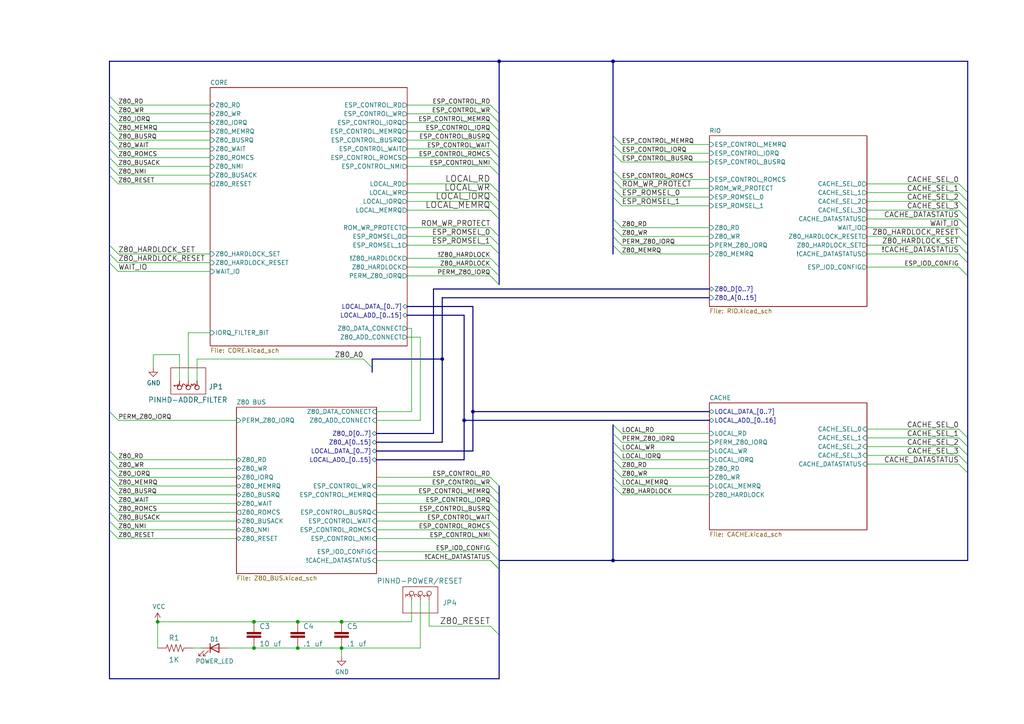
<source format=kicad_sch>
(kicad_sch (version 20230121) (generator eeschema)
  (paper "A4")
  (lib_symbols
    (symbol "Device:LED" (pin_numbers hide) (pin_names (offset 1.016) hide)
      (property "Reference" "D" (at 0 2.54 0))
      (property "Value" "LED" (at 0 -2.54 0))
      (symbol "LED_0_1"
        (polyline (pts (xy -1.27 -1.27) (xy -1.27 1.27)) (stroke (width 0.254)))
        (polyline (pts (xy -1.27 0) (xy 1.27 0)))
        (polyline (pts (xy 1.27 -1.27) (xy 1.27 1.27) (xy -1.27 0) (xy 1.27 -1.27)) (stroke (width 0.254)))
        (polyline (pts (xy -3.048 -0.762) (xy -4.572 -2.286) (xy -3.81 -2.286) (xy -4.572 -2.286) (xy -4.572 -1.524)))
        (polyline (pts (xy -1.778 -0.762) (xy -3.302 -2.286) (xy -2.54 -2.286) (xy -3.302 -2.286) (xy -3.302 -1.524)))
      )
      (symbol "LED_1_1"
        (pin passive line (at -3.81 0 0) (length 2.54) (name "K") (number "1"))
        (pin passive line (at 3.81 0 180) (length 2.54) (name "A") (number "2"))
      )
    )
    (symbol "FujiNet_Z80Bus_Reference-rescue:C-EU050-035X075-Z80Decoder-eagle-import" (pin_names (offset 1.016))
      (property "Reference" "C" (at 1.524 0.381 0))
      (property "Value" "Z80Decoder-eagle-import_C-EU050-035X075" (at 1.524 -4.699 0))
      (symbol "C-EU050-035X075-Z80Decoder-eagle-import_1_0"
        (rectangle (start -2.032 -2.032) (end 2.032 -1.524) (fill (type outline)))
        (rectangle (start -2.032 -1.016) (end 2.032 -0.508) (fill (type outline)))
        (polyline (pts (xy 0 -2.54) (xy 0 -2.032)))
        (polyline (pts (xy 0 0) (xy 0 -0.508)))
        (pin passive line (at 0 2.54 270) (length 2.54) (name "1") (number "1"))
        (pin passive line (at 0 -5.08 90) (length 2.54) (name "2") (number "2"))
      )
    )
    (symbol "FujiNet_Z80Bus_Reference-rescue:PINHD-1X3-Z80Decoder-eagle-import" (pin_names (offset 1.016))
      (property "Reference" "JP" (at -6.35 5.715 0))
      (property "Value" "Z80Decoder-eagle-import_PINHD-1X3" (at -6.35 -7.62 0))
      (symbol "PINHD-1X3-Z80Decoder-eagle-import_1_0"
        (polyline (pts (xy -6.35 -5.08) (xy 1.27 -5.08)))
        (polyline (pts (xy -6.35 5.08) (xy -6.35 -5.08)))
        (polyline (pts (xy 1.27 -5.08) (xy 1.27 5.08)))
        (polyline (pts (xy 1.27 5.08) (xy -6.35 5.08)))
        (pin passive inverted (at -2.54 2.54 0) (length 2.54) (name "1") (number "1"))
        (pin passive inverted (at -2.54 0 0) (length 2.54) (name "2") (number "2"))
        (pin passive inverted (at -2.54 -2.54 0) (length 2.54) (name "3") (number "3"))
      )
    )
    (symbol "FujiNet_Z80Bus_Reference-rescue:PINHD-1X3_2.54-Z80Decoder-eagle-import" (pin_names (offset 1.016))
      (property "Reference" "JP" (at -6.35 5.715 0))
      (property "Value" "Z80Decoder-eagle-import_PINHD-1X3_2.54" (at -6.35 -7.62 0))
      (symbol "PINHD-1X3_2.54-Z80Decoder-eagle-import_1_0"
        (polyline (pts (xy -6.35 -5.08) (xy 1.27 -5.08)))
        (polyline (pts (xy -6.35 5.08) (xy -6.35 -5.08)))
        (polyline (pts (xy 1.27 -5.08) (xy 1.27 5.08)))
        (polyline (pts (xy 1.27 5.08) (xy -6.35 5.08)))
        (pin passive inverted (at -2.54 2.54 0) (length 2.54) (name "1") (number "1"))
        (pin passive inverted (at -2.54 0 0) (length 2.54) (name "2") (number "2"))
        (pin passive inverted (at -2.54 -2.54 0) (length 2.54) (name "3") (number "3"))
      )
    )
    (symbol "FujiNet_Z80Bus_Reference-rescue:R-US_0207_5V-Z80Decoder-eagle-import" (pin_names (offset 1.016))
      (property "Reference" "R" (at -3.81 1.4986 0))
      (property "Value" "Z80Decoder-eagle-import_R-US_0207_5V" (at -3.81 -3.302 0))
      (symbol "R-US_0207_5V-Z80Decoder-eagle-import_1_0"
        (polyline (pts (xy -2.54 0) (xy -2.159 1.016)))
        (polyline (pts (xy -2.159 1.016) (xy -1.524 -1.016)))
        (polyline (pts (xy -1.524 -1.016) (xy -0.889 1.016)))
        (polyline (pts (xy -0.889 1.016) (xy -0.254 -1.016)))
        (polyline (pts (xy -0.254 -1.016) (xy 0.381 1.016)))
        (polyline (pts (xy 0.381 1.016) (xy 1.016 -1.016)))
        (polyline (pts (xy 1.016 -1.016) (xy 1.651 1.016)))
        (polyline (pts (xy 1.651 1.016) (xy 2.286 -1.016)))
        (polyline (pts (xy 2.286 -1.016) (xy 2.54 0)))
        (pin passive line (at -5.08 0 0) (length 2.54) (name "1") (number "1"))
        (pin passive line (at 5.08 0 180) (length 2.54) (name "2") (number "2"))
      )
    )
    (symbol "power:GND" (power) (pin_names (offset 0))
      (property "Value" "GND" (at 0 -3.81 0))
      (symbol "GND_0_1"
        (polyline (pts (xy 0 0) (xy 0 -1.27) (xy 1.27 -1.27) (xy 0 -2.54) (xy -1.27 -1.27) (xy 0 -1.27)))
      )
      (symbol "GND_1_1"
        (pin power_in line (at 0 0 270) (length 0) hide (name "GND") (number "1"))
      )
    )
    (symbol "power:VCC" (power) (pin_names (offset 0))
      (property "Value" "VCC" (at 0 3.81 0))
      (symbol "VCC_0_1"
        (polyline (pts (xy -0.762 1.27) (xy 0 2.54)))
        (polyline (pts (xy 0 0) (xy 0 2.54)))
        (polyline (pts (xy 0 2.54) (xy 0.762 1.27)))
      )
      (symbol "VCC_1_1"
        (pin power_in line (at 0 0 90) (length 0) hide (name "VCC") (number "1"))
      )
    )
  )
  (junction (at 144.78 17.78))
  (junction (at 73.66 187.96))
  (junction (at 86.36 180.34))
  (junction (at 177.8 17.78))
  (junction (at 177.8 162.56))
  (junction (at 134.62 121.92))
  (junction (at 128.27 104.14))
  (junction (at 86.36 187.96))
  (junction (at 99.06 187.96))
  (junction (at 73.66 180.34))
  (junction (at 99.06 180.34))
  (junction (at 137.16 119.38))
  (junction (at 45.72 180.34))
  (bus_entry (at 31.75 135.89) (size 2.54 2.54))
  (bus_entry (at 177.8 71.12) (size 2.54 2.54))
  (bus_entry (at 142.24 156.21) (size 2.54 2.54))
  (bus_entry (at 278.13 58.42) (size 2.54 2.54))
  (bus_entry (at 142.24 151.13) (size 2.54 2.54))
  (bus_entry (at 142.24 35.56) (size 2.54 2.54))
  (bus_entry (at 34.29 76.2) (size -2.54 -2.54))
  (bus_entry (at 31.75 151.13) (size 2.54 2.54))
  (bus_entry (at 142.24 140.97) (size 2.54 2.54))
  (bus_entry (at 278.13 129.54) (size 2.54 2.54))
  (bus_entry (at 177.8 63.5) (size 2.54 2.54))
  (bus_entry (at 142.24 45.72) (size 2.54 2.54))
  (bus_entry (at 142.24 60.96) (size 2.54 2.54))
  (bus_entry (at 142.24 48.26) (size 2.54 2.54))
  (bus_entry (at 142.24 143.51) (size 2.54 2.54))
  (bus_entry (at 142.24 30.48) (size 2.54 2.54))
  (bus_entry (at 278.13 55.88) (size 2.54 2.54))
  (bus_entry (at 278.13 127) (size 2.54 2.54))
  (bus_entry (at 31.75 40.64) (size 2.54 2.54))
  (bus_entry (at 180.34 44.45) (size -2.54 -2.54))
  (bus_entry (at 142.24 181.61) (size 2.54 2.54))
  (bus_entry (at 142.24 43.18) (size 2.54 2.54))
  (bus_entry (at 31.75 138.43) (size 2.54 2.54))
  (bus_entry (at 31.75 48.26) (size 2.54 2.54))
  (bus_entry (at 177.8 133.35) (size 2.54 2.54))
  (bus_entry (at 142.24 55.88) (size 2.54 2.54))
  (bus_entry (at 34.29 78.74) (size -2.54 -2.54))
  (bus_entry (at 278.13 60.96) (size 2.54 2.54))
  (bus_entry (at 142.24 68.58) (size 2.54 2.54))
  (bus_entry (at 177.8 135.89) (size 2.54 2.54))
  (bus_entry (at 180.34 54.61) (size -2.54 -2.54))
  (bus_entry (at 177.8 130.81) (size 2.54 2.54))
  (bus_entry (at 31.75 27.94) (size 2.54 2.54))
  (bus_entry (at 31.75 43.18) (size 2.54 2.54))
  (bus_entry (at 142.24 58.42) (size 2.54 2.54))
  (bus_entry (at 177.8 138.43) (size 2.54 2.54))
  (bus_entry (at 34.29 73.66) (size -2.54 -2.54))
  (bus_entry (at 142.24 33.02) (size 2.54 2.54))
  (bus_entry (at 31.75 119.38) (size 2.54 2.54))
  (bus_entry (at 144.78 77.47) (size -2.54 -2.54))
  (bus_entry (at 177.8 68.58) (size 2.54 2.54))
  (bus_entry (at 31.75 50.8) (size 2.54 2.54))
  (bus_entry (at 31.75 148.59) (size 2.54 2.54))
  (bus_entry (at 31.75 153.67) (size 2.54 2.54))
  (bus_entry (at 280.67 76.2) (size -2.54 -2.54))
  (bus_entry (at 142.24 153.67) (size 2.54 2.54))
  (bus_entry (at 142.24 160.02) (size 2.54 2.54))
  (bus_entry (at 31.75 140.97) (size 2.54 2.54))
  (bus_entry (at 142.24 71.12) (size 2.54 2.54))
  (bus_entry (at 31.75 45.72) (size 2.54 2.54))
  (bus_entry (at 31.75 146.05) (size 2.54 2.54))
  (bus_entry (at 278.13 71.12) (size 2.54 2.54))
  (bus_entry (at 31.75 38.1) (size 2.54 2.54))
  (bus_entry (at 142.24 66.04) (size 2.54 2.54))
  (bus_entry (at 278.13 66.04) (size 2.54 2.54))
  (bus_entry (at 177.8 125.73) (size 2.54 2.54))
  (bus_entry (at 278.13 124.46) (size 2.54 2.54))
  (bus_entry (at 31.75 30.48) (size 2.54 2.54))
  (bus_entry (at 278.13 68.58) (size 2.54 2.54))
  (bus_entry (at 278.13 63.5) (size 2.54 2.54))
  (bus_entry (at 180.34 41.91) (size -2.54 -2.54))
  (bus_entry (at 180.34 59.69) (size -2.54 -2.54))
  (bus_entry (at 278.13 53.34) (size 2.54 2.54))
  (bus_entry (at 177.8 128.27) (size 2.54 2.54))
  (bus_entry (at 177.8 140.97) (size 2.54 2.54))
  (bus_entry (at 177.8 123.19) (size 2.54 2.54))
  (bus_entry (at 177.8 49.53) (size 2.54 2.54))
  (bus_entry (at 278.13 132.08) (size 2.54 2.54))
  (bus_entry (at 278.13 77.47) (size 2.54 2.54))
  (bus_entry (at 142.24 38.1) (size 2.54 2.54))
  (bus_entry (at 142.24 146.05) (size 2.54 2.54))
  (bus_entry (at 142.24 162.56) (size 2.54 2.54))
  (bus_entry (at 142.24 138.43) (size 2.54 2.54))
  (bus_entry (at 144.78 80.01) (size -2.54 -2.54))
  (bus_entry (at 107.95 106.68) (size -2.54 -2.54))
  (bus_entry (at 142.24 40.64) (size 2.54 2.54))
  (bus_entry (at 180.34 57.15) (size -2.54 -2.54))
  (bus_entry (at 31.75 130.81) (size 2.54 2.54))
  (bus_entry (at 31.75 35.56) (size 2.54 2.54))
  (bus_entry (at 31.75 33.02) (size 2.54 2.54))
  (bus_entry (at 144.78 82.55) (size -2.54 -2.54))
  (bus_entry (at 142.24 53.34) (size 2.54 2.54))
  (bus_entry (at 177.8 66.04) (size 2.54 2.54))
  (bus_entry (at 31.75 143.51) (size 2.54 2.54))
  (bus_entry (at 180.34 46.99) (size -2.54 -2.54))
  (bus_entry (at 142.24 148.59) (size 2.54 2.54))
  (bus_entry (at 142.24 162.56) (size 2.54 2.54))
  (bus_entry (at 31.75 133.35) (size 2.54 2.54))
  (bus_entry (at 278.13 134.62) (size 2.54 2.54))
  (wire (pts (xy 52.07 102.87) (xy 52.07 110.49)))
  (bus (pts (xy 31.75 33.02) (xy 31.75 35.56)))
  (bus (pts (xy 177.8 140.97) (xy 177.8 162.56)))
  (wire (pts (xy 60.96 78.74) (xy 34.29 78.74)))
  (wire (pts (xy 60.96 33.02) (xy 34.29 33.02)))
  (bus (pts (xy 31.75 153.67) (xy 31.75 196.85)))
  (wire (pts (xy 109.22 121.92) (xy 121.92 121.92)))
  (wire (pts (xy 118.11 43.18) (xy 142.24 43.18)))
  (bus (pts (xy 280.67 63.5) (xy 280.67 66.04)))
  (wire (pts (xy 109.22 143.51) (xy 142.24 143.51)))
  (wire (pts (xy 251.46 60.96) (xy 278.13 60.96)))
  (bus (pts (xy 177.8 66.04) (xy 177.8 68.58)))
  (bus (pts (xy 31.75 151.13) (xy 31.75 153.67)))
  (bus (pts (xy 280.67 66.04) (xy 280.67 68.58)))
  (bus (pts (xy 280.67 80.01) (xy 280.67 127)))
  (wire (pts (xy 109.22 140.97) (xy 142.24 140.97)))
  (bus (pts (xy 144.78 156.21) (xy 144.78 158.75)))
  (wire (pts (xy 119.38 173.99) (xy 119.38 180.34)))
  (bus (pts (xy 205.74 121.92) (xy 134.62 121.92)))
  (bus (pts (xy 144.78 80.01) (xy 144.78 82.55)))
  (wire (pts (xy 180.34 71.12) (xy 205.74 71.12)))
  (bus (pts (xy 31.75 48.26) (xy 31.75 50.8)))
  (wire (pts (xy 251.46 63.5) (xy 278.13 63.5)))
  (bus (pts (xy 144.78 55.88) (xy 144.78 58.42)))
  (bus (pts (xy 144.78 165.1) (xy 144.78 184.15)))
  (wire (pts (xy 124.46 173.99) (xy 124.46 181.61)))
  (wire (pts (xy 205.74 133.35) (xy 180.34 133.35)))
  (wire (pts (xy 68.58 140.97) (xy 34.29 140.97)))
  (wire (pts (xy 205.74 44.45) (xy 180.34 44.45)))
  (wire (pts (xy 60.96 73.66) (xy 34.29 73.66)))
  (bus (pts (xy 144.78 17.78) (xy 144.78 33.02)))
  (bus (pts (xy 134.62 121.92) (xy 134.62 133.35)))
  (wire (pts (xy 118.11 97.79) (xy 121.92 97.79)))
  (wire (pts (xy 60.96 45.72) (xy 34.29 45.72)))
  (wire (pts (xy 34.29 138.43) (xy 68.58 138.43)))
  (wire (pts (xy 118.11 71.12) (xy 142.24 71.12)))
  (bus (pts (xy 280.67 17.78) (xy 280.67 55.88)))
  (bus (pts (xy 31.75 17.78) (xy 144.78 17.78)))
  (bus (pts (xy 280.67 127) (xy 280.67 129.54)))
  (bus (pts (xy 177.8 41.91) (xy 177.8 44.45)))
  (wire (pts (xy 68.58 133.35) (xy 34.29 133.35)))
  (wire (pts (xy 205.74 66.04) (xy 180.34 66.04)))
  (wire (pts (xy 119.38 95.25) (xy 119.38 119.38)))
  (wire (pts (xy 118.11 66.04) (xy 142.24 66.04)))
  (bus (pts (xy 144.78 68.58) (xy 144.78 71.12)))
  (bus (pts (xy 144.78 48.26) (xy 144.78 50.8)))
  (wire (pts (xy 34.29 53.34) (xy 60.96 53.34)))
  (bus (pts (xy 177.8 49.53) (xy 177.8 52.07)))
  (wire (pts (xy 86.36 180.34) (xy 99.06 180.34)))
  (wire (pts (xy 109.22 138.43) (xy 142.24 138.43)))
  (bus (pts (xy 177.8 17.78) (xy 177.8 39.37)))
  (wire (pts (xy 205.74 54.61) (xy 180.34 54.61)))
  (bus (pts (xy 144.78 148.59) (xy 144.78 151.13)))
  (wire (pts (xy 86.36 187.96) (xy 99.06 187.96)))
  (wire (pts (xy 34.29 156.21) (xy 68.58 156.21)))
  (bus (pts (xy 144.78 33.02) (xy 144.78 35.56)))
  (wire (pts (xy 60.96 30.48) (xy 34.29 30.48)))
  (wire (pts (xy 118.11 33.02) (xy 142.24 33.02)))
  (bus (pts (xy 128.27 86.36) (xy 128.27 104.14)))
  (bus (pts (xy 280.67 76.2) (xy 280.67 80.01)))
  (bus (pts (xy 107.95 104.14) (xy 107.95 106.68)))
  (wire (pts (xy 34.29 151.13) (xy 68.58 151.13)))
  (wire (pts (xy 45.72 180.34) (xy 45.72 187.96)))
  (bus (pts (xy 144.78 58.42) (xy 144.78 60.96)))
  (wire (pts (xy 205.74 59.69) (xy 180.34 59.69)))
  (wire (pts (xy 251.46 58.42) (xy 278.13 58.42)))
  (bus (pts (xy 144.78 162.56) (xy 144.78 165.1)))
  (bus (pts (xy 31.75 40.64) (xy 31.75 43.18)))
  (wire (pts (xy 251.46 68.58) (xy 278.13 68.58)))
  (wire (pts (xy 73.66 180.34) (xy 86.36 180.34)))
  (wire (pts (xy 121.92 97.79) (xy 121.92 121.92)))
  (wire (pts (xy 251.46 71.12) (xy 278.13 71.12)))
  (bus (pts (xy 177.8 128.27) (xy 177.8 130.81)))
  (wire (pts (xy 205.74 140.97) (xy 180.34 140.97)))
  (wire (pts (xy 278.13 77.47) (xy 251.46 77.47)))
  (bus (pts (xy 177.8 52.07) (xy 177.8 54.61)))
  (wire (pts (xy 142.24 148.59) (xy 109.22 148.59)))
  (bus (pts (xy 118.11 88.9) (xy 137.16 88.9)))
  (wire (pts (xy 251.46 129.54) (xy 278.13 129.54)))
  (bus (pts (xy 31.75 119.38) (xy 31.75 130.81)))
  (bus (pts (xy 31.75 135.89) (xy 31.75 138.43)))
  (wire (pts (xy 118.11 30.48) (xy 142.24 30.48)))
  (wire (pts (xy 57.15 104.14) (xy 105.41 104.14)))
  (bus (pts (xy 107.95 106.68) (xy 107.95 107.95)))
  (bus (pts (xy 144.78 17.78) (xy 177.8 17.78)))
  (bus (pts (xy 280.67 60.96) (xy 280.67 63.5)))
  (wire (pts (xy 60.96 76.2) (xy 34.29 76.2)))
  (wire (pts (xy 118.11 68.58) (xy 142.24 68.58)))
  (wire (pts (xy 109.22 156.21) (xy 142.24 156.21)))
  (wire (pts (xy 180.34 138.43) (xy 205.74 138.43)))
  (bus (pts (xy 144.78 143.51) (xy 144.78 146.05)))
  (bus (pts (xy 31.75 38.1) (xy 31.75 40.64)))
  (wire (pts (xy 251.46 127) (xy 278.13 127)))
  (bus (pts (xy 144.78 77.47) (xy 144.78 80.01)))
  (bus (pts (xy 137.16 119.38) (xy 137.16 130.81)))
  (wire (pts (xy 180.34 128.27) (xy 205.74 128.27)))
  (bus (pts (xy 128.27 104.14) (xy 128.27 128.27)))
  (bus (pts (xy 280.67 68.58) (xy 280.67 71.12)))
  (bus (pts (xy 144.78 153.67) (xy 144.78 156.21)))
  (bus (pts (xy 31.75 148.59) (xy 31.75 151.13)))
  (bus (pts (xy 134.62 91.44) (xy 134.62 121.92)))
  (bus (pts (xy 144.78 45.72) (xy 144.78 48.26)))
  (wire (pts (xy 278.13 73.66) (xy 251.46 73.66)))
  (bus (pts (xy 280.67 55.88) (xy 280.67 58.42)))
  (bus (pts (xy 144.78 50.8) (xy 144.78 55.88)))
  (bus (pts (xy 144.78 184.15) (xy 144.78 196.85)))
  (bus (pts (xy 177.8 138.43) (xy 177.8 140.97)))
  (bus (pts (xy 280.67 134.62) (xy 280.67 137.16)))
  (wire (pts (xy 68.58 148.59) (xy 34.29 148.59)))
  (wire (pts (xy 118.11 53.34) (xy 142.24 53.34)))
  (bus (pts (xy 177.8 130.81) (xy 177.8 133.35)))
  (bus (pts (xy 31.75 30.48) (xy 31.75 33.02)))
  (bus (pts (xy 144.78 63.5) (xy 144.78 68.58)))
  (wire (pts (xy 251.46 55.88) (xy 278.13 55.88)))
  (wire (pts (xy 251.46 66.04) (xy 278.13 66.04)))
  (wire (pts (xy 109.22 146.05) (xy 142.24 146.05)))
  (wire (pts (xy 121.92 187.96) (xy 121.92 173.99)))
  (wire (pts (xy 180.34 143.51) (xy 205.74 143.51)))
  (wire (pts (xy 118.11 95.25) (xy 119.38 95.25)))
  (wire (pts (xy 109.22 151.13) (xy 142.24 151.13)))
  (bus (pts (xy 144.78 146.05) (xy 144.78 148.59)))
  (bus (pts (xy 280.67 137.16) (xy 280.67 162.56)))
  (bus (pts (xy 280.67 132.08) (xy 280.67 134.62)))
  (bus (pts (xy 177.8 57.15) (xy 177.8 63.5)))
  (bus (pts (xy 144.78 158.75) (xy 144.78 162.56)))
  (wire (pts (xy 99.06 187.96) (xy 121.92 187.96)))
  (wire (pts (xy 142.24 80.01) (xy 118.11 80.01)))
  (bus (pts (xy 177.8 17.78) (xy 280.67 17.78)))
  (wire (pts (xy 180.34 125.73) (xy 205.74 125.73)))
  (wire (pts (xy 142.24 74.93) (xy 118.11 74.93)))
  (wire (pts (xy 45.72 180.34) (xy 73.66 180.34)))
  (bus (pts (xy 280.67 73.66) (xy 280.67 76.2)))
  (bus (pts (xy 144.78 71.12) (xy 144.78 73.66)))
  (wire (pts (xy 205.74 57.15) (xy 180.34 57.15)))
  (bus (pts (xy 31.75 43.18) (xy 31.75 45.72)))
  (bus (pts (xy 144.78 73.66) (xy 144.78 77.47)))
  (wire (pts (xy 34.29 143.51) (xy 68.58 143.51)))
  (wire (pts (xy 251.46 134.62) (xy 278.13 134.62)))
  (wire (pts (xy 251.46 132.08) (xy 278.13 132.08)))
  (bus (pts (xy 177.8 54.61) (xy 177.8 57.15)))
  (bus (pts (xy 31.75 17.78) (xy 31.75 27.94)))
  (bus (pts (xy 31.75 130.81) (xy 31.75 133.35)))
  (bus (pts (xy 144.78 140.97) (xy 144.78 143.51)))
  (wire (pts (xy 251.46 124.46) (xy 278.13 124.46)))
  (bus (pts (xy 31.75 71.12) (xy 31.75 73.66)))
  (bus (pts (xy 31.75 196.85) (xy 144.78 196.85)))
  (bus (pts (xy 128.27 86.36) (xy 205.74 86.36)))
  (wire (pts (xy 34.29 153.67) (xy 68.58 153.67)))
  (bus (pts (xy 31.75 76.2) (xy 31.75 119.38)))
  (wire (pts (xy 66.04 187.96) (xy 73.66 187.96)))
  (bus (pts (xy 177.8 39.37) (xy 177.8 41.91)))
  (bus (pts (xy 280.67 162.56) (xy 177.8 162.56)))
  (wire (pts (xy 44.45 102.87) (xy 52.07 102.87)))
  (wire (pts (xy 205.74 73.66) (xy 180.34 73.66)))
  (wire (pts (xy 109.22 160.02) (xy 142.24 160.02)))
  (wire (pts (xy 44.45 102.87) (xy 44.45 106.68)))
  (bus (pts (xy 177.8 133.35) (xy 177.8 135.89)))
  (bus (pts (xy 280.67 58.42) (xy 280.67 60.96)))
  (bus (pts (xy 109.22 130.81) (xy 137.16 130.81)))
  (wire (pts (xy 251.46 53.34) (xy 278.13 53.34)))
  (wire (pts (xy 99.06 187.96) (xy 99.06 190.5)))
  (wire (pts (xy 60.96 96.52) (xy 54.61 96.52)))
  (bus (pts (xy 144.78 151.13) (xy 144.78 153.67)))
  (wire (pts (xy 118.11 38.1) (xy 142.24 38.1)))
  (bus (pts (xy 125.73 83.82) (xy 125.73 125.73)))
  (wire (pts (xy 118.11 58.42) (xy 142.24 58.42)))
  (wire (pts (xy 34.29 40.64) (xy 60.96 40.64)))
  (wire (pts (xy 34.29 146.05) (xy 68.58 146.05)))
  (wire (pts (xy 118.11 35.56) (xy 142.24 35.56)))
  (bus (pts (xy 205.74 119.38) (xy 137.16 119.38)))
  (bus (pts (xy 31.75 27.94) (xy 31.75 30.48)))
  (wire (pts (xy 118.11 40.64) (xy 142.24 40.64)))
  (wire (pts (xy 68.58 135.89) (xy 34.29 135.89)))
  (bus (pts (xy 144.78 43.18) (xy 144.78 45.72)))
  (bus (pts (xy 118.11 91.44) (xy 134.62 91.44)))
  (wire (pts (xy 180.34 41.91) (xy 205.74 41.91)))
  (bus (pts (xy 31.75 140.97) (xy 31.75 143.51)))
  (bus (pts (xy 31.75 45.72) (xy 31.75 48.26)))
  (bus (pts (xy 134.62 133.35) (xy 109.22 133.35)))
  (wire (pts (xy 34.29 48.26) (xy 60.96 48.26)))
  (bus (pts (xy 280.67 129.54) (xy 280.67 132.08)))
  (wire (pts (xy 109.22 119.38) (xy 119.38 119.38)))
  (bus (pts (xy 144.78 60.96) (xy 144.78 63.5)))
  (bus (pts (xy 144.78 38.1) (xy 144.78 40.64)))
  (wire (pts (xy 73.66 187.96) (xy 86.36 187.96)))
  (bus (pts (xy 144.78 162.56) (xy 177.8 162.56)))
  (bus (pts (xy 280.67 71.12) (xy 280.67 73.66)))
  (bus (pts (xy 177.8 135.89) (xy 177.8 138.43)))
  (wire (pts (xy 34.29 50.8) (xy 60.96 50.8)))
  (bus (pts (xy 177.8 68.58) (xy 177.8 71.12)))
  (wire (pts (xy 205.74 46.99) (xy 180.34 46.99)))
  (wire (pts (xy 119.38 180.34) (xy 99.06 180.34)))
  (wire (pts (xy 55.88 187.96) (xy 58.42 187.96)))
  (bus (pts (xy 31.75 50.8) (xy 31.75 71.12)))
  (wire (pts (xy 60.96 35.56) (xy 34.29 35.56)))
  (wire (pts (xy 34.29 43.18) (xy 60.96 43.18)))
  (wire (pts (xy 205.74 68.58) (xy 180.34 68.58)))
  (wire (pts (xy 205.74 130.81) (xy 180.34 130.81)))
  (bus (pts (xy 125.73 83.82) (xy 205.74 83.82)))
  (wire (pts (xy 34.29 121.92) (xy 68.58 121.92)))
  (wire (pts (xy 54.61 96.52) (xy 54.61 110.49)))
  (wire (pts (xy 180.34 52.07) (xy 205.74 52.07)))
  (bus (pts (xy 144.78 40.64) (xy 144.78 43.18)))
  (bus (pts (xy 177.8 71.12) (xy 177.8 73.66)))
  (bus (pts (xy 31.75 35.56) (xy 31.75 38.1)))
  (wire (pts (xy 109.22 162.56) (xy 142.24 162.56)))
  (wire (pts (xy 118.11 48.26) (xy 142.24 48.26)))
  (wire (pts (xy 142.24 153.67) (xy 109.22 153.67)))
  (wire (pts (xy 142.24 77.47) (xy 118.11 77.47)))
  (bus (pts (xy 31.75 146.05) (xy 31.75 148.59)))
  (wire (pts (xy 34.29 38.1) (xy 60.96 38.1)))
  (bus (pts (xy 177.8 123.19) (xy 177.8 125.73)))
  (bus (pts (xy 31.75 143.51) (xy 31.75 146.05)))
  (bus (pts (xy 177.8 44.45) (xy 177.8 49.53)))
  (bus (pts (xy 31.75 73.66) (xy 31.75 76.2)))
  (bus (pts (xy 177.8 125.73) (xy 177.8 128.27)))
  (wire (pts (xy 180.34 135.89) (xy 205.74 135.89)))
  (bus (pts (xy 177.8 63.5) (xy 177.8 66.04)))
  (bus (pts (xy 107.95 104.14) (xy 128.27 104.14)))
  (bus (pts (xy 137.16 88.9) (xy 137.16 119.38)))
  (wire (pts (xy 142.24 45.72) (xy 118.11 45.72)))
  (bus (pts (xy 31.75 133.35) (xy 31.75 135.89)))
  (wire (pts (xy 118.11 60.96) (xy 142.24 60.96)))
  (bus (pts (xy 144.78 35.56) (xy 144.78 38.1)))
  (bus (pts (xy 109.22 125.73) (xy 125.73 125.73)))
  (wire (pts (xy 118.11 55.88) (xy 142.24 55.88)))
  (bus (pts (xy 128.27 128.27) (xy 109.22 128.27)))
  (wire (pts (xy 57.15 110.49) (xy 57.15 104.14)))
  (wire (pts (xy 142.24 181.61) (xy 124.46 181.61)))
  (bus (pts (xy 31.75 138.43) (xy 31.75 140.97)))
  (label "CACHE_SEL_0" (at 278.13 53.34 180) (effects (font (size 1.4986 1.4986))))
  (label "Z80_HARDLOCK_RESET" (at 278.13 68.58 180) (effects (font (size 1.4986 1.4986))))
  (label "LOCAL_IORQ" (at 180.34 133.35 0))
  (label "Z80_IORQ" (at 34.29 35.56 0))
  (label "ESP_IOD_CONFIG" (at 142.24 160.02 180))
  (label "ESP_CONTROL_NMI" (at 142.24 48.26 180))
  (label "Z80_HARDLOCK_SET" (at 278.13 71.12 180) (effects (font (size 1.4986 1.4986))))
  (label "CACHE_DATASTATUS" (at 278.13 134.62 180) (effects (font (size 1.4986 1.4986))))
  (label "!CACHE_DATASTATUS" (at 278.13 73.66 180) (effects (font (size 1.4986 1.4986))))
  (label "LOCAL_WR" (at 180.34 130.81 0))
  (label "ESP_CONTROL_ROMCS" (at 142.24 45.72 180))
  (label "Z80_WAIT" (at 34.29 146.05 0))
  (label "ESP_ROMSEL_1" (at 142.24 71.12 180) (effects (font (size 1.4986 1.4986))))
  (label "ESP_CONTROL_IORQ" (at 142.24 146.05 180))
  (label "!Z80_HARDLOCK" (at 142.24 74.93 180))
  (label "ESP_CONTROL_RD" (at 142.24 30.48 180))
  (label "Z80_NMI" (at 34.29 153.67 0))
  (label "Z80_NMI" (at 34.29 50.8 0))
  (label "CACHE_SEL_3" (at 278.13 60.96 180) (effects (font (size 1.4986 1.4986))))
  (label "ESP_IOD_CONFIG" (at 278.13 77.47 180))
  (label "CACHE_SEL_0" (at 278.13 124.46 180) (effects (font (size 1.4986 1.4986))))
  (label "ESP_CONTROL_IORQ" (at 142.24 38.1 180))
  (label "ESP_CONTROL_WR" (at 142.24 140.97 180))
  (label "PERM_Z80_IORQ" (at 180.34 71.12 0))
  (label "Z80_RESET" (at 34.29 156.21 0))
  (label "CACHE_SEL_1" (at 278.13 55.88 180) (effects (font (size 1.4986 1.4986))))
  (label "ROM_WR_PROTECT" (at 142.24 66.04 180) (effects (font (size 1.4986 1.4986))))
  (label "Z80_BUSRQ" (at 34.29 143.51 0))
  (label "CACHE_SEL_1" (at 278.13 127 180) (effects (font (size 1.4986 1.4986))))
  (label "LOCAL_MEMRQ" (at 142.24 60.96 180) (effects (font (size 1.778 1.778))))
  (label "ESP_CONTROL_IORQ" (at 180.34 44.45 0))
  (label "ESP_CONTROL_WAIT" (at 142.24 151.13 180))
  (label "Z80_BUSACK" (at 34.29 48.26 0))
  (label "ESP_CONTROL_RD" (at 142.24 138.43 180))
  (label "Z80_RD" (at 34.29 133.35 0))
  (label "Z80_MEMRQ" (at 34.29 140.97 0))
  (label "Z80_A0" (at 105.41 104.14 180) (effects (font (size 1.4986 1.4986))))
  (label "Z80_RESET" (at 142.24 181.61 180) (effects (font (size 1.778 1.778))))
  (label "CACHE_DATASTATUS" (at 278.13 63.5 180) (effects (font (size 1.4986 1.4986))))
  (label "ESP_CONTROL_MEMRQ" (at 142.24 35.56 180))
  (label "LOCAL_WR" (at 142.24 55.88 180) (effects (font (size 1.778 1.778))))
  (label "Z80_WR" (at 180.34 68.58 0))
  (label "Z80_RD" (at 34.29 30.48 0))
  (label "Z80_MEMRQ" (at 34.29 38.1 0))
  (label "CACHE_SEL_2" (at 278.13 129.54 180) (effects (font (size 1.4986 1.4986))))
  (label "ROM_WR_PROTECT" (at 180.34 54.61 0) (effects (font (size 1.4986 1.4986))))
  (label "Z80_BUSACK" (at 34.29 151.13 0))
  (label "ESP_CONTROL_MEMRQ" (at 180.34 41.91 0))
  (label "ESP_CONTROL_BUSRQ" (at 180.34 46.99 0))
  (label "ESP_CONTROL_WR" (at 142.24 33.02 180))
  (label "ESP_CONTROL_NMI" (at 142.24 156.21 180))
  (label "Z80_RD" (at 180.34 135.89 0))
  (label "Z80_ROMCS" (at 34.29 148.59 0))
  (label "Z80_RESET" (at 34.29 53.34 0))
  (label "LOCAL_RD" (at 142.24 53.34 180) (effects (font (size 1.778 1.778))))
  (label "ESP_CONTROL_BUSRQ" (at 142.24 148.59 180))
  (label "Z80_IORQ" (at 34.29 138.43 0))
  (label "Z80_HARDLOCK" (at 142.24 77.47 180))
  (label "Z80_RD" (at 180.34 66.04 0))
  (label "Z80_ROMCS" (at 34.29 45.72 0))
  (label "ESP_CONTROL_ROMCS" (at 142.24 153.67 180))
  (label "Z80_MEMRQ" (at 180.34 73.66 0))
  (label "WAIT_IO" (at 278.13 66.04 180) (effects (font (size 1.4986 1.4986))))
  (label "Z80_WAIT" (at 34.29 43.18 0))
  (label "ESP_ROMSEL_1" (at 180.34 59.69 0) (effects (font (size 1.4986 1.4986))))
  (label "Z80_HARDLOCK_RESET" (at 34.29 76.2 0) (effects (font (size 1.4986 1.4986))))
  (label "WAIT_IO" (at 34.29 78.74 0) (effects (font (size 1.4986 1.4986))))
  (label "ESP_ROMSEL_0" (at 180.34 57.15 0) (effects (font (size 1.4986 1.4986))))
  (label "LOCAL_IORQ" (at 142.24 58.42 180) (effects (font (size 1.778 1.778))))
  (label "PERM_Z80_IORQ" (at 34.29 121.92 0))
  (label "Z80_HARDLOCK_SET" (at 34.29 73.66 0) (effects (font (size 1.4986 1.4986))))
  (label "ESP_CONTROL_ROMCS" (at 180.34 52.07 0))
  (label "CACHE_SEL_2" (at 278.13 58.42 180) (effects (font (size 1.4986 1.4986))))
  (label "ESP_CONTROL_MEMRQ" (at 142.24 143.51 180))
  (label "Z80_HARDLOCK" (at 180.34 143.51 0))
  (label "LOCAL_MEMRQ" (at 180.34 140.97 0))
  (label "!CACHE_DATASTATUS" (at 142.24 162.56 180))
  (label "Z80_BUSRQ" (at 34.29 40.64 0))
  (label "CACHE_SEL_3" (at 278.13 132.08 180) (effects (font (size 1.4986 1.4986))))
  (label "Z80_WR" (at 34.29 33.02 0))
  (label "ESP_CONTROL_BUSRQ" (at 142.24 40.64 180))
  (label "ESP_ROMSEL_0" (at 142.24 68.58 180) (effects (font (size 1.4986 1.4986))))
  (label "ESP_CONTROL_WAIT" (at 142.24 43.18 180))
  (label "Z80_WR" (at 180.34 138.43 0))
  (label "Z80_WR" (at 34.29 135.89 0))
  (label "LOCAL_RD" (at 180.34 125.73 0))
  (label "PERM_Z80_IORQ" (at 142.24 80.01 180))
  (label "PERM_Z80_IORQ" (at 180.34 128.27 0))
  (symbol (lib_id "FujiNet_Z80Bus_Reference-rescue:C-EU050-035X075-Z80Decoder-eagle-import") (at 73.66 182.88 0) (unit 1)
    (property "Reference" "C3" (at 75.184 182.499 0) (effects (font (size 1.4986 1.4986)) (justify left bottom)))
    (property "Value" "10 uf" (at 75.184 187.579 0) (effects (font (size 1.4986 1.4986)) (justify left bottom)))
    (property "Footprint" "Capacitor_THT:CP_Radial_D8.0mm_P5.00mm" (effects hide))
  )
  (symbol (lib_id "FujiNet_Z80Bus_Reference-rescue:PINHD-1X3_2.54-Z80Decoder-eagle-import") (at 121.92 171.45 270) (mirror x) (unit 1)
    (property "Reference" "JP4" (at 128.27 173.99 90) (effects (font (size 1.4986 1.4986)) (justify left bottom)))
    (property "Value" "PINHD-POWER/RESET" (at 109.22 167.64 90) (effects (font (size 1.4986 1.4986)) (justify left bottom)))
    (property "Footprint" "Connector_PinSocket_2.54mm:PinSocket_1x03_P2.54mm_Vertical" (effects hide))
  )
  (symbol (lib_id "Device:LED") (at 62.23 187.96 0) (unit 1)
    (property "Reference" "D1" (at 62.23 185.42 0))
    (property "Value" "POWER_LED" (at 62.23 191.77 0))
    (property "Footprint" "LED_THT:LED_D5.0mm" (effects hide))
  )
  (symbol (lib_id "FujiNet_Z80Bus_Reference-rescue:R-US_0207_5V-Z80Decoder-eagle-import") (at 50.8 187.96 180) (unit 1)
    (property "Reference" "R1" (at 52.07 184.15 0) (effects (font (size 1.4986 1.4986)) (justify left bottom)))
    (property "Value" "1K" (at 52.07 190.5 0) (effects (font (size 1.4986 1.4986)) (justify left bottom)))
    (property "Footprint" "Resistor_THT:R_Axial_DIN0207_L6.3mm_D2.5mm_P10.16mm_Horizontal" (effects hide))
  )
  (symbol (lib_id "power:GND") (at 99.06 190.5 0) (unit 1)
    (property "Reference" "#PWR0109" (effects hide))
    (property "Value" "GND" (at 99.187 194.8942 0))
  )
  (symbol (lib_id "power:VCC") (at 45.72 180.34 0) (unit 1)
    (property "Reference" "#PWR0110" (effects hide))
    (property "Value" "VCC" (at 46.101 175.9458 0))
  )
  (symbol (lib_id "FujiNet_Z80Bus_Reference-rescue:PINHD-1X3-Z80Decoder-eagle-import") (at 54.61 113.03 90) (mirror x) (unit 1)
    (property "Reference" "JP1" (at 64.77 113.03 90) (effects (font (size 1.4986 1.4986)) (justify left bottom)))
    (property "Value" "PINHD-ADDR_FILTER" (at 66.04 116.84 90) (effects (font (size 1.4986 1.4986)) (justify left bottom)))
    (property "Footprint" "Connector_PinSocket_2.54mm:PinSocket_1x03_P2.54mm_Vertical" (effects hide))
  )
  (symbol (lib_id "power:GND") (at 44.45 106.68 0) (unit 1)
    (property "Reference" "#PWR0107" (effects hide))
    (property "Value" "GND" (at 44.577 111.0742 0))
  )
  (symbol (lib_id "FujiNet_Z80Bus_Reference-rescue:C-EU050-035X075-Z80Decoder-eagle-import") (at 86.36 182.88 0) (unit 1)
    (property "Reference" "C4" (at 87.884 182.499 0) (effects (font (size 1.4986 1.4986)) (justify left bottom)))
    (property "Value" ".1 uf" (at 87.884 187.579 0) (effects (font (size 1.4986 1.4986)) (justify left bottom)))
    (property "Footprint" "Capacitor_THT:CP_Radial_D8.0mm_P5.00mm" (effects hide))
  )
  (symbol (lib_id "FujiNet_Z80Bus_Reference-rescue:C-EU050-035X075-Z80Decoder-eagle-import") (at 99.06 182.88 0) (unit 1)
    (property "Reference" "C5" (at 100.584 182.499 0) (effects (font (size 1.4986 1.4986)) (justify left bottom)))
    (property "Value" ".1 uf" (at 100.584 187.579 0) (effects (font (size 1.4986 1.4986)) (justify left bottom)))
    (property "Footprint" "Capacitor_THT:CP_Radial_D8.0mm_P5.00mm" (effects hide))
  )
  (sheet (at 60.96 25.4) (size 57.15 74.93)
    (property "Sheetname" "CORE" (at 60.96 24.6884 0) (effects (justify left bottom)))
    (property "Sheetfile" "CORE.kicad_sch" (at 60.96 100.9146 0) (effects (justify left top)))
    (pin "ESP_CONTROL_RD" output (at 118.11 30.48 0))
    (pin "ESP_CONTROL_WR" output (at 118.11 33.02 0))
    (pin "ESP_CONTROL_MEMRQ" output (at 118.11 38.1 0))
    (pin "ESP_CONTROL_IORQ" output (at 118.11 35.56 0))
    (pin "ESP_CONTROL_BUSRQ" output (at 118.11 40.64 0))
    (pin "ESP_CONTROL_WAIT" output (at 118.11 43.18 0))
    (pin "ESP_CONTROL_ROMCS" output (at 118.11 45.72 0))
    (pin "ESP_CONTROL_NMI" output (at 118.11 48.26 0))
    (pin "Z80_RD" bidirectional (at 60.96 30.48 180))
    (pin "Z80_WR" bidirectional (at 60.96 33.02 180))
    (pin "Z80_MEMRQ" bidirectional (at 60.96 38.1 180))
    (pin "Z80_IORQ" bidirectional (at 60.96 35.56 180))
    (pin "Z80_BUSRQ" input (at 60.96 40.64 180))
    (pin "Z80_WAIT" input (at 60.96 43.18 180))
    (pin "Z80_ROMCS" input (at 60.96 45.72 180))
    (pin "Z80_NMI" input (at 60.96 48.26 180))
    (pin "Z80_BUSACK" input (at 60.96 50.8 180))
    (pin "LOCAL_RD" output (at 118.11 53.34 0))
    (pin "LOCAL_WR" output (at 118.11 55.88 0))
    (pin "LOCAL_IORQ" output (at 118.11 58.42 0))
    (pin "LOCAL_MEMRQ" output (at 118.11 60.96 0))
    (pin "Z80_ADD_CONNECT" output (at 118.11 97.79 0))
    (pin "Z80_DATA_CONNECT" output (at 118.11 95.25 0))
    (pin "LOCAL_DATA_[0..7]" bidirectional (at 118.11 88.9 0))
    (pin "LOCAL_ADD_[0..15]" bidirectional (at 118.11 91.44 0))
    (pin "PERM_Z80_IORQ" output (at 118.11 80.01 0))
    (pin "Z80_HARDLOCK" output (at 118.11 77.47 0))
    (pin "ESP_ROMSEL_0" output (at 118.11 68.58 0))
    (pin "ESP_ROMSEL_1" output (at 118.11 71.12 0))
    (pin "ROM_WR_PROTECT" output (at 118.11 66.04 0))
    (pin "!Z80_HARDLOCK" output (at 118.11 74.93 0))
    (pin "Z80_HARDLOCK_SET" input (at 60.96 73.66 180))
    (pin "Z80_HARDLOCK_RESET" input (at 60.96 76.2 180))
    (pin "WAIT_IO" input (at 60.96 78.74 180))
    (pin "Z80_RESET" output (at 60.96 53.34 180))
    (pin "IORQ_FILTER_BIT" input (at 60.96 96.52 180))
  )
  (sheet (at 205.74 39.37) (size 45.72 49.53)
    (property "Sheetname" "RIO" (at 205.74 38.6584 0) (effects (justify left bottom)))
    (property "Sheetfile" "RIO.kicad_sch" (at 205.74 89.4846 0) (effects (justify left top)))
    (pin "Z80_D[0..7]" bidirectional (at 205.74 83.82 180))
    (pin "Z80_A[0..15]" input (at 205.74 86.36 180))
    (pin "PERM_Z80_IORQ" input (at 205.74 71.12 180))
    (pin "ESP_ROMSEL_1" input (at 205.74 59.69 180))
    (pin "ESP_ROMSEL_0" input (at 205.74 57.15 180))
    (pin "ROM_WR_PROTECT" input (at 205.74 54.61 180))
    (pin "ESP_CONTROL_IORQ" input (at 205.74 44.45 180))
    (pin "ESP_CONTROL_BUSRQ" input (at 205.74 46.99 180))
    (pin "ESP_CONTROL_MEMRQ" input (at 205.74 41.91 180))
    (pin "Z80_WR" input (at 205.74 68.58 180))
    (pin "Z80_RD" input (at 205.74 66.04 180))
    (pin "Z80_MEMRQ" input (at 205.74 73.66 180))
    (pin "ESP_IOD_CONFIG" output (at 251.46 77.47 0))
    (pin "CACHE_SEL_0" output (at 251.46 53.34 0))
    (pin "CACHE_SEL_1" output (at 251.46 55.88 0))
    (pin "CACHE_SEL_2" output (at 251.46 58.42 0))
    (pin "CACHE_SEL_3" output (at 251.46 60.96 0))
    (pin "CACHE_DATASTATUS" output (at 251.46 63.5 0))
    (pin "WAIT_IO" output (at 251.46 66.04 0))
    (pin "Z80_HARDLOCK_RESET" output (at 251.46 68.58 0))
    (pin "Z80_HARDLOCK_SET" output (at 251.46 71.12 0))
    (pin "!CACHE_DATASTATUS" output (at 251.46 73.66 0))
    (pin "ESP_CONTROL_ROMCS" input (at 205.74 52.07 180))
  )
  (sheet (at 68.58 118.11) (size 40.64 48.26)
    (property "Sheetname" "Z80 BUS" (at 68.58 117.3984 0) (effects (justify left bottom)))
    (property "Sheetfile" "Z80_BUS.kicad_sch" (at 68.58 166.9546 0) (effects (justify left top)))
    (pin "Z80_D[0..7]" bidirectional (at 109.22 125.73 0))
    (pin "PERM_Z80_IORQ" input (at 68.58 121.92 180))
    (pin "LOCAL_DATA_[0..7]" bidirectional (at 109.22 130.81 0))
    (pin "LOCAL_ADD_[0..15]" bidirectional (at 109.22 133.35 0))
    (pin "Z80_A[0..15]" bidirectional (at 109.22 128.27 0))
    (pin "Z80_BUSRQ" bidirectional (at 68.58 143.51 180))
    (pin "Z80_IORQ" bidirectional (at 68.58 138.43 180))
    (pin "Z80_RD" bidirectional (at 68.58 133.35 180))
    (pin "Z80_WR" bidirectional (at 68.58 135.89 180))
    (pin "Z80_MEMRQ" bidirectional (at 68.58 140.97 180))
    (pin "Z80_NMI" bidirectional (at 68.58 153.67 180))
    (pin "Z80_BUSACK" bidirectional (at 68.58 151.13 180))
    (pin "ESP_IOD_CONFIG" input (at 109.22 160.02 0))
    (pin "!CACHE_DATASTATUS" input (at 109.22 162.56 0))
    (pin "ESP_CONTROL_WR" input (at 109.22 140.97 0))
    (pin "Z80_WAIT" bidirectional (at 68.58 146.05 180))
    (pin "ESP_CONTROL_WAIT" input (at 109.22 151.13 0))
    (pin "ESP_CONTROL_BUSRQ" input (at 109.22 148.59 0))
    (pin "ESP_CONTROL_ROMCS" input (at 109.22 153.67 0))
    (pin "ESP_CONTROL_NMI" input (at 109.22 156.21 0))
    (pin "ESP_CONTROL_MEMRQ" input (at 109.22 143.51 0))
    (pin "Z80_DATA_CONNECT" input (at 109.22 119.38 0))
    (pin "Z80_ADD_CONNECT" input (at 109.22 121.92 0))
    (pin "Z80_RESET" bidirectional (at 68.58 156.21 180))
    (pin "Z80_ROMCS" output (at 68.58 148.59 180))
  )
  (sheet (at 205.74 116.84) (size 45.72 36.83)
    (property "Sheetname" "CACHE" (at 205.74 116.1284 0) (effects (justify left bottom)))
    (property "Sheetfile" "CACHE.kicad_sch" (at 205.74 154.2546 0) (effects (justify left top)))
    (pin "PERM_Z80_IORQ" input (at 205.74 128.27 180))
    (pin "LOCAL_ADD_[0..16]" bidirectional (at 205.74 121.92 180))
    (pin "Z80_RD" input (at 205.74 135.89 180))
    (pin "Z80_WR" input (at 205.74 138.43 180))
    (pin "LOCAL_MEMRQ" input (at 205.74 140.97 180))
    (pin "LOCAL_RD" input (at 205.74 125.73 180))
    (pin "LOCAL_WR" input (at 205.74 130.81 180))
    (pin "LOCAL_IORQ" input (at 205.74 133.35 180))
    (pin "LOCAL_DATA_[0..7]" bidirectional (at 205.74 119.38 180))
    (pin "Z80_HARDLOCK" input (at 205.74 143.51 180))
    (pin "CACHE_DATASTATUS" input (at 251.46 134.62 0))
    (pin "CACHE_SEL_0" input (at 251.46 124.46 0))
    (pin "CACHE_SEL_1" input (at 251.46 127 0))
    (pin "CACHE_SEL_2" input (at 251.46 129.54 0))
    (pin "CACHE_SEL_3" input (at 251.46 132.08 0))
  )
)
</source>
